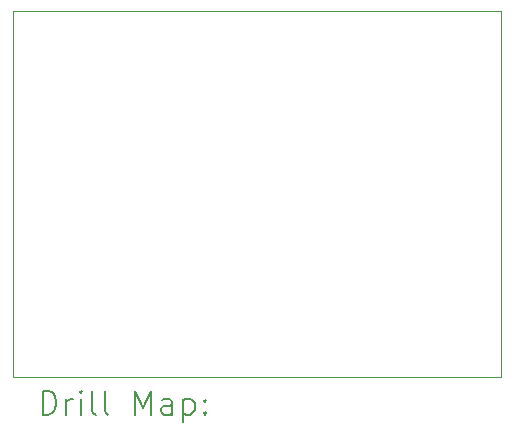
<source format=gbr>
%FSLAX45Y45*%
G04 Gerber Fmt 4.5, Leading zero omitted, Abs format (unit mm)*
G04 Created by KiCad (PCBNEW (6.0.2)) date 2022-07-27 14:52:00*
%MOMM*%
%LPD*%
G01*
G04 APERTURE LIST*
%TA.AperFunction,Profile*%
%ADD10C,0.100000*%
%TD*%
%ADD11C,0.200000*%
G04 APERTURE END LIST*
D10*
X4497000Y-9022000D02*
X8631000Y-9022000D01*
X8631000Y-9022000D02*
X8631000Y-12124000D01*
X8631000Y-12124000D02*
X4497000Y-12124000D01*
X4497000Y-12124000D02*
X4497000Y-9022000D01*
D11*
X4749619Y-12439476D02*
X4749619Y-12239476D01*
X4797238Y-12239476D01*
X4825810Y-12249000D01*
X4844857Y-12268048D01*
X4854381Y-12287095D01*
X4863905Y-12325190D01*
X4863905Y-12353762D01*
X4854381Y-12391857D01*
X4844857Y-12410905D01*
X4825810Y-12429952D01*
X4797238Y-12439476D01*
X4749619Y-12439476D01*
X4949619Y-12439476D02*
X4949619Y-12306143D01*
X4949619Y-12344238D02*
X4959143Y-12325190D01*
X4968667Y-12315667D01*
X4987714Y-12306143D01*
X5006762Y-12306143D01*
X5073429Y-12439476D02*
X5073429Y-12306143D01*
X5073429Y-12239476D02*
X5063905Y-12249000D01*
X5073429Y-12258524D01*
X5082952Y-12249000D01*
X5073429Y-12239476D01*
X5073429Y-12258524D01*
X5197238Y-12439476D02*
X5178190Y-12429952D01*
X5168667Y-12410905D01*
X5168667Y-12239476D01*
X5302000Y-12439476D02*
X5282952Y-12429952D01*
X5273429Y-12410905D01*
X5273429Y-12239476D01*
X5530571Y-12439476D02*
X5530571Y-12239476D01*
X5597238Y-12382333D01*
X5663905Y-12239476D01*
X5663905Y-12439476D01*
X5844857Y-12439476D02*
X5844857Y-12334714D01*
X5835333Y-12315667D01*
X5816286Y-12306143D01*
X5778190Y-12306143D01*
X5759143Y-12315667D01*
X5844857Y-12429952D02*
X5825809Y-12439476D01*
X5778190Y-12439476D01*
X5759143Y-12429952D01*
X5749619Y-12410905D01*
X5749619Y-12391857D01*
X5759143Y-12372809D01*
X5778190Y-12363286D01*
X5825809Y-12363286D01*
X5844857Y-12353762D01*
X5940095Y-12306143D02*
X5940095Y-12506143D01*
X5940095Y-12315667D02*
X5959143Y-12306143D01*
X5997238Y-12306143D01*
X6016286Y-12315667D01*
X6025809Y-12325190D01*
X6035333Y-12344238D01*
X6035333Y-12401381D01*
X6025809Y-12420428D01*
X6016286Y-12429952D01*
X5997238Y-12439476D01*
X5959143Y-12439476D01*
X5940095Y-12429952D01*
X6121048Y-12420428D02*
X6130571Y-12429952D01*
X6121048Y-12439476D01*
X6111524Y-12429952D01*
X6121048Y-12420428D01*
X6121048Y-12439476D01*
X6121048Y-12315667D02*
X6130571Y-12325190D01*
X6121048Y-12334714D01*
X6111524Y-12325190D01*
X6121048Y-12315667D01*
X6121048Y-12334714D01*
M02*

</source>
